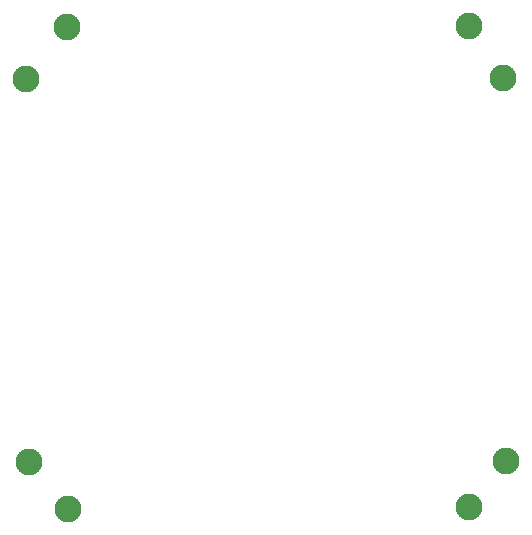
<source format=gbs>
G04 MADE WITH FRITZING*
G04 WWW.FRITZING.ORG*
G04 DOUBLE SIDED*
G04 HOLES PLATED*
G04 CONTOUR ON CENTER OF CONTOUR VECTOR*
%ASAXBY*%
%FSLAX23Y23*%
%MOIN*%
%OFA0B0*%
%SFA1.0B1.0*%
%ADD10C,0.089370*%
%LNMASK0*%
G90*
G70*
G54D10*
X1562Y1689D03*
X226Y78D03*
X1685Y238D03*
X1564Y83D03*
X95Y235D03*
X224Y1684D03*
X1675Y1514D03*
X86Y1512D03*
G04 End of Mask0*
M02*
</source>
